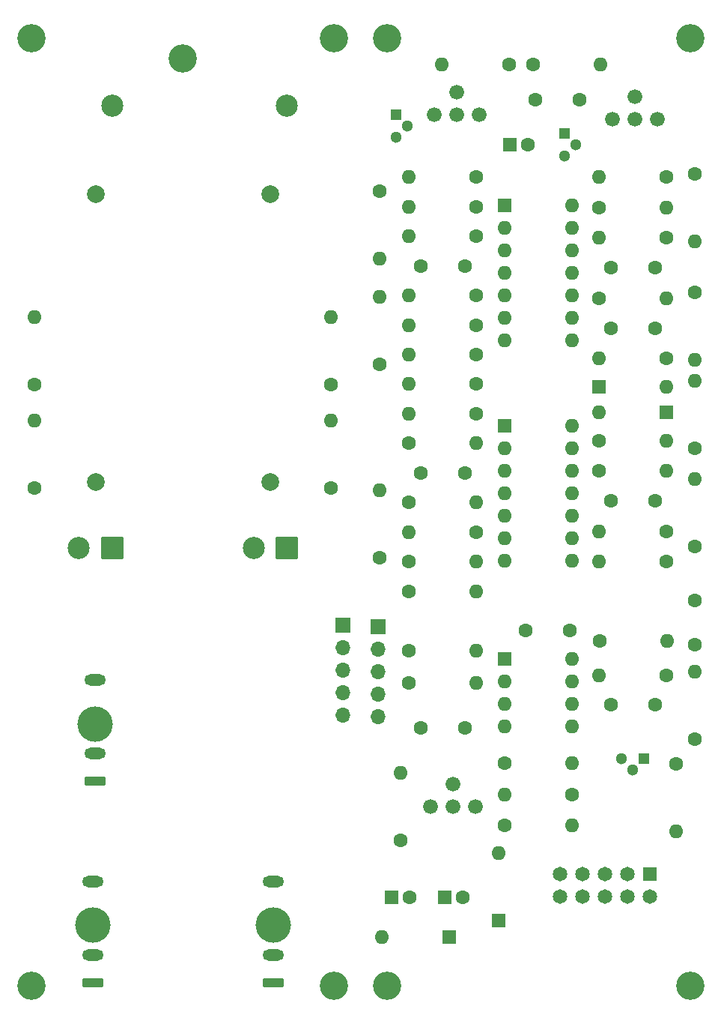
<source format=gbr>
%TF.GenerationSoftware,KiCad,Pcbnew,(7.0.0-0)*%
%TF.CreationDate,2023-02-25T18:04:37+01:00*%
%TF.ProjectId,208_Timbre_Workshop,3230385f-5469-46d6-9272-655f576f726b,1*%
%TF.SameCoordinates,Original*%
%TF.FileFunction,Soldermask,Bot*%
%TF.FilePolarity,Negative*%
%FSLAX46Y46*%
G04 Gerber Fmt 4.6, Leading zero omitted, Abs format (unit mm)*
G04 Created by KiCad (PCBNEW (7.0.0-0)) date 2023-02-25 18:04:37*
%MOMM*%
%LPD*%
G01*
G04 APERTURE LIST*
G04 Aperture macros list*
%AMRoundRect*
0 Rectangle with rounded corners*
0 $1 Rounding radius*
0 $2 $3 $4 $5 $6 $7 $8 $9 X,Y pos of 4 corners*
0 Add a 4 corners polygon primitive as box body*
4,1,4,$2,$3,$4,$5,$6,$7,$8,$9,$2,$3,0*
0 Add four circle primitives for the rounded corners*
1,1,$1+$1,$2,$3*
1,1,$1+$1,$4,$5*
1,1,$1+$1,$6,$7*
1,1,$1+$1,$8,$9*
0 Add four rect primitives between the rounded corners*
20,1,$1+$1,$2,$3,$4,$5,0*
20,1,$1+$1,$4,$5,$6,$7,0*
20,1,$1+$1,$6,$7,$8,$9,0*
20,1,$1+$1,$8,$9,$2,$3,0*%
G04 Aperture macros list end*
%ADD10C,1.600000*%
%ADD11O,1.600000X1.600000*%
%ADD12C,4.000000*%
%ADD13RoundRect,0.165000X-0.985000X-0.385000X0.985000X-0.385000X0.985000X0.385000X-0.985000X0.385000X0*%
%ADD14O,2.400000X1.300000*%
%ADD15C,3.200000*%
%ADD16R,1.600000X1.600000*%
%ADD17C,1.676400*%
%ADD18R,1.300000X1.300000*%
%ADD19C,1.300000*%
%ADD20C,2.000000*%
%ADD21RoundRect,0.125000X1.125000X1.125000X-1.125000X1.125000X-1.125000X-1.125000X1.125000X-1.125000X0*%
%ADD22C,2.500000*%
%ADD23R,1.650000X1.650000*%
%ADD24C,1.650000*%
%ADD25R,1.700000X1.700000*%
%ADD26O,1.700000X1.700000*%
G04 APERTURE END LIST*
D10*
%TO.C,R27*%
X62632600Y101148324D03*
D11*
X55012599Y101148323D03*
%TD*%
D10*
%TO.C,R22*%
X66302600Y117241400D03*
D11*
X58682599Y117241399D03*
%TD*%
D12*
%TO.C,J2*%
X19234299Y20022792D03*
D13*
X19234299Y13542792D03*
D14*
X19234298Y24942791D03*
X19234298Y16642791D03*
%TD*%
D10*
%TO.C,RX2*%
X54022600Y29631400D03*
D11*
X54022599Y37251399D03*
%TD*%
D10*
%TO.C,RX32*%
X65857600Y38316400D03*
D11*
X73477599Y38316399D03*
%TD*%
D10*
%TO.C,R31*%
X76537600Y71336400D03*
D11*
X84157599Y71336399D03*
%TD*%
D12*
%TO.C,J1*%
X19556199Y42757629D03*
D13*
X19556199Y36277629D03*
D14*
X19556198Y47677628D03*
X19556198Y39377628D03*
%TD*%
D15*
%TO.C,REF\u002A\u002A*%
X86787600Y120176400D03*
%TD*%
D10*
%TO.C,R25*%
X62632600Y97810248D03*
D11*
X55012599Y97810247D03*
%TD*%
D16*
%TO.C,D4*%
X59588399Y18694399D03*
D11*
X51968399Y18694399D03*
%TD*%
D10*
%TO.C,RM4*%
X12677600Y69351400D03*
D11*
X12677599Y76971399D03*
%TD*%
D10*
%TO.C,R47*%
X51697600Y61556400D03*
D11*
X51697599Y69176399D03*
%TD*%
D17*
%TO.C,VR1*%
X57832600Y111541400D03*
X60372600Y114081400D03*
X60372600Y111541400D03*
X62912600Y111541400D03*
%TD*%
D10*
%TO.C,RX52*%
X76548200Y52120800D03*
D11*
X84168199Y52120799D03*
%TD*%
D10*
%TO.C,RX3*%
X55012600Y50975775D03*
D11*
X62632599Y50975774D03*
%TD*%
D15*
%TO.C,REF\u002A\u002A*%
X12307600Y120176400D03*
%TD*%
D10*
%TO.C,R20*%
X84157600Y104486400D03*
D11*
X76537599Y104486399D03*
%TD*%
D10*
%TO.C,R32*%
X62632600Y87796020D03*
D11*
X55012599Y87796019D03*
%TD*%
D10*
%TO.C,RX33*%
X73477600Y34796400D03*
D11*
X65857599Y34796399D03*
%TD*%
D10*
%TO.C,R19*%
X76537600Y101071400D03*
D11*
X84157599Y101071399D03*
%TD*%
D10*
%TO.C,RX46*%
X85192600Y38251400D03*
D11*
X85192599Y30631399D03*
%TD*%
D10*
%TO.C,C8*%
X56322600Y71105640D03*
X61322600Y71105640D03*
%TD*%
D16*
%TO.C,C2*%
X66417487Y108141399D03*
D10*
X68417488Y108141400D03*
%TD*%
D15*
%TO.C,REF\u002A\u002A*%
X52547600Y120176400D03*
%TD*%
D10*
%TO.C,R36*%
X51697600Y83376400D03*
D11*
X51697599Y90996399D03*
%TD*%
D10*
%TO.C,R24*%
X69062600Y117241400D03*
D11*
X76682599Y117241399D03*
%TD*%
D10*
%TO.C,R37*%
X55012600Y67767564D03*
D11*
X62632599Y67767563D03*
%TD*%
D10*
%TO.C,RM3*%
X12677600Y81081400D03*
D11*
X12677599Y88701399D03*
%TD*%
D16*
%TO.C,U2*%
X65867599Y101346399D03*
D11*
X65867599Y98806399D03*
X65867599Y96266399D03*
X65867599Y93726399D03*
X65867599Y91186399D03*
X65867599Y88646399D03*
X65867599Y86106399D03*
X73487599Y86106399D03*
X73487599Y88646399D03*
X73487599Y91186399D03*
X73487599Y93726399D03*
X73487599Y96266399D03*
X73487599Y98806399D03*
X73487599Y101346399D03*
%TD*%
D10*
%TO.C,C5*%
X77847600Y94241400D03*
X82847600Y94241400D03*
%TD*%
D16*
%TO.C,D2*%
X76537599Y80831399D03*
D11*
X84157599Y80831399D03*
%TD*%
D18*
%TO.C,QX2*%
X81617599Y38836399D03*
D19*
X80347600Y37566400D03*
X79077600Y38836400D03*
%TD*%
D10*
%TO.C,R1*%
X84157600Y97656400D03*
D11*
X76537599Y97656399D03*
%TD*%
D10*
%TO.C,RM1*%
X46177600Y81081400D03*
D11*
X46177599Y88701399D03*
%TD*%
D10*
%TO.C,CX5*%
X77847600Y44936400D03*
X82847600Y44936400D03*
%TD*%
D20*
%TO.C,VR2*%
X39350000Y102599395D03*
X39350000Y70099395D03*
D21*
X41225000Y62599395D03*
D22*
X37475000Y62599395D03*
X41225000Y112599395D03*
%TD*%
D10*
%TO.C,R21*%
X87322600Y104871400D03*
D11*
X87322599Y97251399D03*
%TD*%
D10*
%TO.C,R35*%
X87322600Y73851400D03*
D11*
X87322599Y81471399D03*
%TD*%
D10*
%TO.C,C6*%
X56322600Y94472172D03*
X61322600Y94472172D03*
%TD*%
D15*
%TO.C,REF\u002A\u002A*%
X52547600Y13206400D03*
%TD*%
D16*
%TO.C,C10*%
X59067487Y23166399D03*
D10*
X61067488Y23166400D03*
%TD*%
%TO.C,R38*%
X55012600Y57741400D03*
D11*
X62632599Y57741399D03*
%TD*%
D10*
%TO.C,R33*%
X62632600Y84457944D03*
D11*
X55012599Y84457943D03*
%TD*%
D16*
%TO.C,U3*%
X65867599Y76446399D03*
D11*
X65867599Y73906399D03*
X65867599Y71366399D03*
X65867599Y68826399D03*
X65867599Y66286399D03*
X65867599Y63746399D03*
X65867599Y61206399D03*
X73487599Y61206399D03*
X73487599Y63746399D03*
X73487599Y66286399D03*
X73487599Y68826399D03*
X73487599Y71366399D03*
X73487599Y73906399D03*
X73487599Y76446399D03*
%TD*%
D16*
%TO.C,D1*%
X84157599Y77916399D03*
D11*
X76537599Y77916399D03*
%TD*%
D16*
%TO.C,U1*%
X65867599Y50071399D03*
D11*
X65867599Y47531399D03*
X65867599Y44991399D03*
X65867599Y42451399D03*
X73487599Y42451399D03*
X73487599Y44991399D03*
X73487599Y47531399D03*
X73487599Y50071399D03*
%TD*%
D10*
%TO.C,C4*%
X68173600Y53263800D03*
X73173600Y53263800D03*
%TD*%
D23*
%TO.C,J4*%
X82240099Y25761399D03*
D24*
X82240100Y23221400D03*
X79700100Y25761400D03*
X79700100Y23221400D03*
X77160100Y25761400D03*
X77160100Y23221400D03*
X74620100Y25761400D03*
X74620100Y23221400D03*
X72080100Y25761400D03*
X72080100Y23221400D03*
%TD*%
D10*
%TO.C,RX1*%
X55012600Y47403900D03*
D11*
X62632599Y47403899D03*
%TD*%
D15*
%TO.C,REF\u002A\u002A*%
X46547600Y13206400D03*
%TD*%
D18*
%TO.C,Q6*%
X72612599Y109411399D03*
D19*
X73882600Y108141400D03*
X72612600Y106871400D03*
%TD*%
D10*
%TO.C,R28*%
X62632600Y91134096D03*
D11*
X55012599Y91134095D03*
%TD*%
D20*
%TO.C,VR3*%
X19567199Y102599395D03*
X19567199Y70099395D03*
D21*
X21442199Y62599395D03*
D22*
X17692199Y62599395D03*
X21442199Y112599395D03*
%TD*%
D10*
%TO.C,R39*%
X84157600Y61091400D03*
D11*
X76537599Y61091399D03*
%TD*%
D10*
%TO.C,R23*%
X51697600Y102936400D03*
D11*
X51697599Y95316399D03*
%TD*%
D10*
%TO.C,R34*%
X76537600Y74751400D03*
D11*
X84157599Y74751399D03*
%TD*%
D12*
%TO.C,J3*%
X39660900Y20022792D03*
D13*
X39660900Y13542792D03*
D14*
X39660899Y24942791D03*
X39660899Y16642791D03*
%TD*%
D10*
%TO.C,RX34*%
X84157600Y48186400D03*
D11*
X76537599Y48186399D03*
%TD*%
D15*
%TO.C,REF\u002A\u002A*%
X12307600Y13206400D03*
%TD*%
D10*
%TO.C,C7*%
X61322600Y42333900D03*
X56322600Y42333900D03*
%TD*%
%TO.C,C9*%
X77847600Y67921400D03*
X82847600Y67921400D03*
%TD*%
D18*
%TO.C,Q5*%
X53512599Y111511399D03*
D19*
X54782600Y110241400D03*
X53512600Y108971400D03*
%TD*%
D10*
%TO.C,R29*%
X62632600Y81119868D03*
D11*
X55012599Y81119867D03*
%TD*%
D16*
%TO.C,D3*%
X65172599Y20541399D03*
D11*
X65172599Y28161399D03*
%TD*%
D10*
%TO.C,RX35*%
X87322600Y41011400D03*
D11*
X87322599Y48631399D03*
%TD*%
D17*
%TO.C,VR4*%
X57482600Y33441400D03*
X60022600Y35981400D03*
X60022600Y33441400D03*
X62562600Y33441400D03*
%TD*%
D15*
%TO.C,REF\u002A\u002A*%
X86787600Y13206400D03*
%TD*%
D10*
%TO.C,R30*%
X84157600Y83996400D03*
D11*
X76537599Y83996399D03*
%TD*%
D10*
%TO.C,RX31*%
X65857600Y31246400D03*
D11*
X73477599Y31246399D03*
%TD*%
D15*
%TO.C,REF\u002A\u002A*%
X46547600Y120176400D03*
%TD*%
D17*
%TO.C,VRX1*%
X78032600Y111041400D03*
X80572600Y113581400D03*
X80572600Y111041400D03*
X83112600Y111041400D03*
%TD*%
D16*
%TO.C,C11*%
X53067487Y23166399D03*
D10*
X55067488Y23166400D03*
%TD*%
%TO.C,RM2*%
X46177600Y69351400D03*
D11*
X46177599Y76971399D03*
%TD*%
D10*
%TO.C,R45*%
X84157600Y64506400D03*
D11*
X76537599Y64506399D03*
%TD*%
D10*
%TO.C,R41*%
X55012600Y74443716D03*
D11*
X62632599Y74443715D03*
%TD*%
D10*
%TO.C,R40*%
X87322600Y91491400D03*
D11*
X87322599Y83871399D03*
%TD*%
D10*
%TO.C,C3*%
X82847600Y87411400D03*
X77847600Y87411400D03*
%TD*%
%TO.C,R26*%
X62632600Y104486400D03*
D11*
X55012599Y104486399D03*
%TD*%
D15*
%TO.C,REF\u002A\u002A*%
X29447600Y117935323D03*
%TD*%
D10*
%TO.C,C1*%
X69272600Y113241400D03*
X74272600Y113241400D03*
%TD*%
%TO.C,CX6*%
X87350600Y56718200D03*
X87350600Y51718200D03*
%TD*%
%TO.C,R44*%
X62632600Y77781792D03*
D11*
X55012599Y77781791D03*
%TD*%
D10*
%TO.C,R43*%
X55012600Y61091400D03*
D11*
X62632599Y61091399D03*
%TD*%
D10*
%TO.C,R46*%
X87322600Y62811400D03*
D11*
X87322599Y70431399D03*
%TD*%
D10*
%TO.C,R42*%
X62632600Y64429488D03*
D11*
X55012599Y64429487D03*
%TD*%
D10*
%TO.C,R18*%
X76537600Y90826400D03*
D11*
X84157599Y90826399D03*
%TD*%
D25*
%TO.C,J6*%
X51522599Y53761399D03*
D26*
X51522599Y51221399D03*
X51522599Y48681399D03*
X51522599Y46141399D03*
X51522599Y43601399D03*
%TD*%
D25*
%TO.C,J5*%
X47522599Y53901399D03*
D26*
X47522599Y51361399D03*
X47522599Y48821399D03*
X47522599Y46281399D03*
X47522599Y43741399D03*
%TD*%
M02*

</source>
